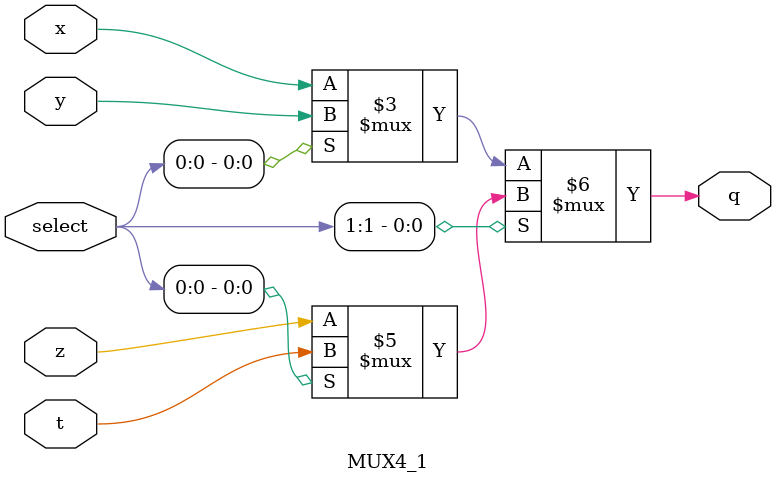
<source format=v>
`timescale 1ns/1ns

module MUX4_1 (input x, y, z, t,input[1:0] select, output q);

assign q = (~select[1]) ? ((~select[0]) ? x : y) : ((~select[0]) ? z : t);

endmodule //MUX4_1
</source>
